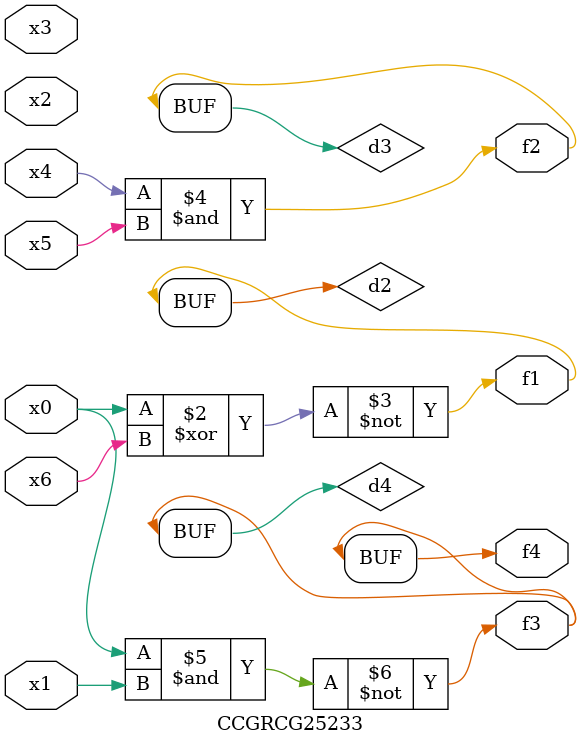
<source format=v>
module CCGRCG25233(
	input x0, x1, x2, x3, x4, x5, x6,
	output f1, f2, f3, f4
);

	wire d1, d2, d3, d4;

	nor (d1, x0);
	xnor (d2, x0, x6);
	and (d3, x4, x5);
	nand (d4, x0, x1);
	assign f1 = d2;
	assign f2 = d3;
	assign f3 = d4;
	assign f4 = d4;
endmodule

</source>
